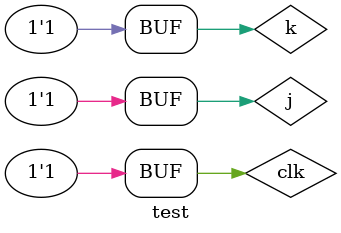
<source format=v>
`timescale 1ns / 1ps


module test;

	// Inputs
	reg clk;
	reg j;
	reg k;

	// Outputs
	wire q;
	wire qb;

	// Instantiate the Unit Under Test (UUT)
	shiyan_10 uut (
		.clk(clk), 
		.j(j), 
		.k(k), 
		.q(q), 
		.qb(qb)
	);

	initial begin
		// Initialize Inputs
		clk <= 1;
		j <= 0;
		k <= 0;

		// Wait 100 ns for global reset to finish
		#100;
        
		// Add stimulus here
      clk <= 1;
		j <= 0;
		k <= 1;
		
		#100;
		clk <= 1;
		j <= 1;
		k <= 0;
		
		#100;
		clk <= 1;
		j <= 1;
		k <= 1;
		
	end
      
endmodule


</source>
